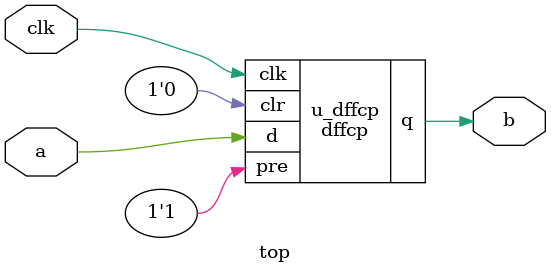
<source format=v>
module dffcp
    ( input d, clk, pre, clr, output reg q );
	always @( posedge clk, posedge pre, posedge clr )
		if ( pre )
			q <= 1'b1;
		else if ( clr )
			q <= 1'b0;
		else
            q <= d;
endmodule

module top (
input clk,
input a,
output b
);

dffcp u_dffcp (
        .clk (clk ),
        .clr (1'b0),
        .pre (1'b1),
        .d (a ),
        .q (b )
    );

endmodule

</source>
